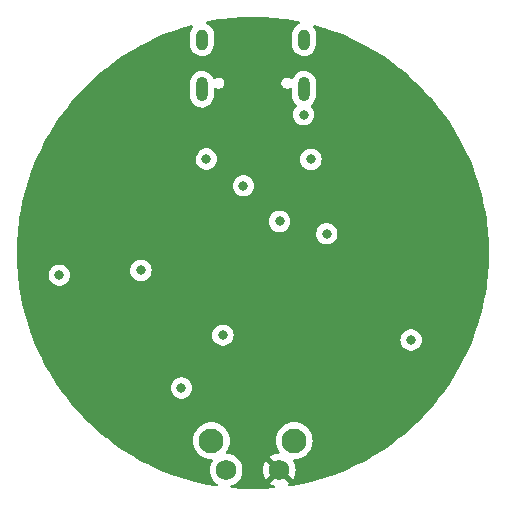
<source format=gbr>
%TF.GenerationSoftware,KiCad,Pcbnew,7.0.7*%
%TF.CreationDate,2023-10-08T15:01:22+08:00*%
%TF.ProjectId,RM_47mm,524d5f34-376d-46d2-9e6b-696361645f70,rev?*%
%TF.SameCoordinates,Original*%
%TF.FileFunction,Copper,L3,Inr*%
%TF.FilePolarity,Positive*%
%FSLAX46Y46*%
G04 Gerber Fmt 4.6, Leading zero omitted, Abs format (unit mm)*
G04 Created by KiCad (PCBNEW 7.0.7) date 2023-10-08 15:01:22*
%MOMM*%
%LPD*%
G01*
G04 APERTURE LIST*
%TA.AperFunction,ComponentPad*%
%ADD10O,1.000000X1.800000*%
%TD*%
%TA.AperFunction,ComponentPad*%
%ADD11O,1.000000X2.100000*%
%TD*%
%TA.AperFunction,ComponentPad*%
%ADD12C,2.100000*%
%TD*%
%TA.AperFunction,ComponentPad*%
%ADD13C,1.750000*%
%TD*%
%TA.AperFunction,ViaPad*%
%ADD14C,0.800000*%
%TD*%
G04 APERTURE END LIST*
D10*
%TO.N,Earth*%
%TO.C,J1*%
X145680000Y-81925000D03*
D11*
X145680000Y-86125000D03*
D10*
X154320000Y-81925000D03*
D11*
X154320000Y-86125000D03*
%TD*%
D12*
%TO.N,Earth*%
%TO.C,SW3*%
X146482909Y-115884152D03*
X153492909Y-115884152D03*
D13*
%TO.N,Net-(SW3-3)*%
X147732909Y-118374152D03*
%TO.N,/VCC_3V3*%
X152232909Y-118374152D03*
%TD*%
D14*
%TO.N,/VCC_3V3*%
X156014602Y-111564521D03*
X146945372Y-105591240D03*
X139498561Y-97730570D03*
X161294635Y-100164239D03*
X155317912Y-107634484D03*
X145024288Y-91444939D03*
X153932037Y-96057092D03*
X152495852Y-91746808D03*
X137330423Y-104140716D03*
X147629225Y-97348384D03*
X159823557Y-91243557D03*
%TO.N,Earth*%
X133597257Y-101877102D03*
X154297050Y-88284974D03*
X163388735Y-107365477D03*
X152248410Y-97319644D03*
X154905251Y-92074558D03*
X147459286Y-106959729D03*
X146043974Y-92040483D03*
X143942264Y-111435531D03*
X156249949Y-98366155D03*
X140513247Y-101468135D03*
%TO.N,/LED_IN*%
X149187047Y-94312934D03*
%TD*%
%TA.AperFunction,Conductor*%
%TO.N,/VCC_3V3*%
G36*
X150807403Y-80018620D02*
G01*
X150986950Y-80026684D01*
X151703049Y-80074964D01*
X151882089Y-80091079D01*
X152595233Y-80171431D01*
X152595242Y-80171432D01*
X152773386Y-80195562D01*
X153407526Y-80296000D01*
X153482220Y-80307831D01*
X153517222Y-80314182D01*
X153659148Y-80339938D01*
X153865029Y-80382092D01*
X153926754Y-80414823D01*
X153960987Y-80475732D01*
X153956857Y-80545479D01*
X153915673Y-80601921D01*
X153883224Y-80619850D01*
X153877122Y-80622110D01*
X153877111Y-80622115D01*
X153704432Y-80729745D01*
X153704427Y-80729749D01*
X153556949Y-80869938D01*
X153556947Y-80869940D01*
X153556947Y-80869941D01*
X153543625Y-80889081D01*
X153440705Y-81036949D01*
X153360459Y-81223943D01*
X153319500Y-81423258D01*
X153319500Y-82375743D01*
X153334925Y-82527439D01*
X153395837Y-82721579D01*
X153395844Y-82721594D01*
X153494589Y-82899499D01*
X153494592Y-82899504D01*
X153627132Y-83053893D01*
X153627134Y-83053895D01*
X153788037Y-83178445D01*
X153788038Y-83178445D01*
X153788042Y-83178448D01*
X153970729Y-83268060D01*
X154167715Y-83319063D01*
X154370936Y-83329369D01*
X154572071Y-83298556D01*
X154762887Y-83227886D01*
X154935571Y-83120252D01*
X155083053Y-82980059D01*
X155199295Y-82813049D01*
X155279540Y-82626058D01*
X155320500Y-82426741D01*
X155320500Y-81474258D01*
X155305074Y-81322562D01*
X155305074Y-81322560D01*
X155244162Y-81128420D01*
X155244160Y-81128416D01*
X155244159Y-81128412D01*
X155145409Y-80950498D01*
X155100423Y-80898096D01*
X155071692Y-80834409D01*
X155081954Y-80765297D01*
X155127951Y-80712704D01*
X155195081Y-80693328D01*
X155224810Y-80697086D01*
X155233445Y-80699263D01*
X155406692Y-80747076D01*
X156028725Y-80933863D01*
X156094060Y-80953483D01*
X156265050Y-81009040D01*
X156942462Y-81246077D01*
X157110745Y-81309234D01*
X157776847Y-81576427D01*
X157942173Y-81647091D01*
X158390183Y-81850586D01*
X158595557Y-81943872D01*
X158595582Y-81943883D01*
X158757585Y-82021900D01*
X159397029Y-82347713D01*
X159501011Y-82403669D01*
X159555335Y-82432902D01*
X160179494Y-82787061D01*
X160222993Y-82813050D01*
X160333884Y-82879304D01*
X160941528Y-83261112D01*
X161091573Y-83360156D01*
X161681539Y-83768886D01*
X161826916Y-83874509D01*
X162397975Y-84309314D01*
X162538522Y-84421398D01*
X163089405Y-84881308D01*
X163224827Y-84999623D01*
X163754538Y-85483800D01*
X163884489Y-85608046D01*
X164391953Y-86115510D01*
X164516199Y-86245461D01*
X165000376Y-86775172D01*
X165118691Y-86910594D01*
X165253091Y-87071579D01*
X165530528Y-87403895D01*
X165578605Y-87461481D01*
X165604101Y-87493452D01*
X165690701Y-87602045D01*
X166125486Y-88173077D01*
X166231122Y-88318473D01*
X166639840Y-88908422D01*
X166738893Y-89058481D01*
X167120694Y-89666114D01*
X167212931Y-89820492D01*
X167567097Y-90444664D01*
X167652290Y-90602977D01*
X167978099Y-91242414D01*
X168056116Y-91404417D01*
X168352908Y-92057826D01*
X168423572Y-92223152D01*
X168690758Y-92889237D01*
X168753921Y-93057534D01*
X168990958Y-93734946D01*
X169046515Y-93905935D01*
X169252917Y-94593285D01*
X169300741Y-94766572D01*
X169476100Y-95462499D01*
X169511454Y-95617397D01*
X169516107Y-95637781D01*
X169660060Y-96340845D01*
X169692168Y-96517779D01*
X169804432Y-97226583D01*
X169828567Y-97404757D01*
X169908920Y-98117909D01*
X169925036Y-98296974D01*
X169973313Y-99013012D01*
X169981379Y-99192613D01*
X169999468Y-99998606D01*
X169999468Y-100001392D01*
X169981379Y-100807386D01*
X169973313Y-100986987D01*
X169925036Y-101703025D01*
X169908920Y-101882090D01*
X169828567Y-102595242D01*
X169804432Y-102773416D01*
X169692168Y-103482220D01*
X169660060Y-103659154D01*
X169516107Y-104362218D01*
X169476103Y-104537491D01*
X169300742Y-105233425D01*
X169252917Y-105406714D01*
X169046515Y-106094064D01*
X168990958Y-106265053D01*
X168753921Y-106942465D01*
X168690758Y-107110762D01*
X168423572Y-107776847D01*
X168352908Y-107942173D01*
X168056116Y-108595582D01*
X167978099Y-108757585D01*
X167652290Y-109397022D01*
X167567097Y-109555335D01*
X167212931Y-110179507D01*
X167120694Y-110333885D01*
X166738893Y-110941518D01*
X166639840Y-111091577D01*
X166231122Y-111681526D01*
X166125486Y-111826922D01*
X165690701Y-112397954D01*
X165578615Y-112538506D01*
X165118691Y-113089405D01*
X165000376Y-113224827D01*
X164516199Y-113754538D01*
X164391953Y-113884489D01*
X163884489Y-114391953D01*
X163754538Y-114516199D01*
X163224827Y-115000376D01*
X163089405Y-115118691D01*
X162538506Y-115578615D01*
X162397954Y-115690701D01*
X161826922Y-116125486D01*
X161681526Y-116231122D01*
X161091577Y-116639840D01*
X160941518Y-116738893D01*
X160333885Y-117120694D01*
X160179507Y-117212931D01*
X159555335Y-117567097D01*
X159397022Y-117652290D01*
X158757585Y-117978099D01*
X158595582Y-118056116D01*
X157942173Y-118352908D01*
X157776847Y-118423572D01*
X157110762Y-118690758D01*
X156942465Y-118753921D01*
X156265053Y-118990958D01*
X156094064Y-119046515D01*
X155406714Y-119252917D01*
X155233425Y-119300742D01*
X154537511Y-119476097D01*
X154431289Y-119500342D01*
X154362218Y-119516107D01*
X153659154Y-119660060D01*
X153482220Y-119692168D01*
X153072293Y-119757093D01*
X153002999Y-119748138D01*
X152949547Y-119703142D01*
X152928908Y-119636391D01*
X152947633Y-119569077D01*
X152983526Y-119532398D01*
X152983491Y-119532353D01*
X152983823Y-119532094D01*
X152985089Y-119530801D01*
X152987548Y-119529194D01*
X153013891Y-119508689D01*
X153013891Y-119508688D01*
X152488369Y-118983165D01*
X152454884Y-118921842D01*
X152459868Y-118852150D01*
X152497560Y-118801799D01*
X152496575Y-118800662D01*
X152503278Y-118794854D01*
X152610852Y-118701641D01*
X152646243Y-118646570D01*
X152699045Y-118600816D01*
X152768203Y-118590872D01*
X152831759Y-118619896D01*
X152838239Y-118625929D01*
X153366034Y-119153723D01*
X153446329Y-119030821D01*
X153537863Y-118822145D01*
X153593803Y-118601245D01*
X153593805Y-118601237D01*
X153612621Y-118374158D01*
X153612621Y-118374145D01*
X153593805Y-118147066D01*
X153593803Y-118147058D01*
X153537863Y-117926158D01*
X153446329Y-117717482D01*
X153390003Y-117631267D01*
X153369815Y-117564377D01*
X153388996Y-117497192D01*
X153441455Y-117451042D01*
X153488121Y-117440706D01*
X153488052Y-117439828D01*
X153492907Y-117439445D01*
X153492909Y-117439446D01*
X153736211Y-117420298D01*
X153973521Y-117363324D01*
X154198998Y-117269929D01*
X154407088Y-117142411D01*
X154592668Y-116983911D01*
X154751168Y-116798331D01*
X154878686Y-116590241D01*
X154972081Y-116364764D01*
X155029055Y-116127454D01*
X155048203Y-115884152D01*
X155029055Y-115640850D01*
X154972081Y-115403540D01*
X154878686Y-115178063D01*
X154878686Y-115178062D01*
X154751171Y-114969978D01*
X154751170Y-114969975D01*
X154715362Y-114928049D01*
X154592668Y-114784393D01*
X154469972Y-114679601D01*
X154407085Y-114625890D01*
X154407082Y-114625889D01*
X154198998Y-114498374D01*
X153973527Y-114404982D01*
X153973530Y-114404982D01*
X153867901Y-114379622D01*
X153736211Y-114348006D01*
X153736209Y-114348005D01*
X153736206Y-114348005D01*
X153492909Y-114328858D01*
X153249611Y-114348005D01*
X153249606Y-114348006D01*
X153249607Y-114348006D01*
X153066558Y-114391953D01*
X153012289Y-114404982D01*
X152786819Y-114498374D01*
X152578735Y-114625889D01*
X152578732Y-114625890D01*
X152393150Y-114784393D01*
X152234647Y-114969975D01*
X152234646Y-114969978D01*
X152107131Y-115178062D01*
X152013739Y-115403532D01*
X151956762Y-115640854D01*
X151937615Y-115884151D01*
X151956762Y-116127449D01*
X151956762Y-116127452D01*
X151956763Y-116127454D01*
X151970535Y-116184819D01*
X152013739Y-116364771D01*
X152107131Y-116590241D01*
X152198226Y-116738893D01*
X152234650Y-116798331D01*
X152234653Y-116798335D01*
X152237504Y-116802258D01*
X152260989Y-116868062D01*
X152245170Y-116936118D01*
X152195068Y-116984817D01*
X152137192Y-116999152D01*
X152118974Y-116999152D01*
X151894207Y-117036659D01*
X151678689Y-117110647D01*
X151678678Y-117110652D01*
X151478282Y-117219100D01*
X151451925Y-117239614D01*
X151977448Y-117765138D01*
X152010933Y-117826461D01*
X152005949Y-117896153D01*
X151968256Y-117946503D01*
X151969243Y-117947642D01*
X151962540Y-117953449D01*
X151962540Y-117953450D01*
X151880699Y-118024366D01*
X151854964Y-118046665D01*
X151819574Y-118101733D01*
X151766770Y-118147488D01*
X151697611Y-118157431D01*
X151634056Y-118128406D01*
X151627578Y-118122374D01*
X151099783Y-117594580D01*
X151019487Y-117717485D01*
X151019486Y-117717487D01*
X150927954Y-117926158D01*
X150872014Y-118147058D01*
X150872012Y-118147066D01*
X150853197Y-118374145D01*
X150853197Y-118374158D01*
X150872012Y-118601237D01*
X150872014Y-118601245D01*
X150927954Y-118822145D01*
X151019486Y-119030816D01*
X151019488Y-119030820D01*
X151099783Y-119153722D01*
X151627577Y-118625929D01*
X151688900Y-118592444D01*
X151758592Y-118597428D01*
X151814525Y-118639300D01*
X151819573Y-118646570D01*
X151847972Y-118690758D01*
X151854966Y-118701641D01*
X151915301Y-118753921D01*
X151969243Y-118800662D01*
X151967136Y-118803093D01*
X152002555Y-118843962D01*
X152012506Y-118913119D01*
X151983487Y-118976678D01*
X151977447Y-118983165D01*
X151451924Y-119508687D01*
X151451925Y-119508689D01*
X151478275Y-119529198D01*
X151478281Y-119529202D01*
X151678678Y-119637651D01*
X151678689Y-119637656D01*
X151797337Y-119678389D01*
X151854353Y-119718775D01*
X151880483Y-119783574D01*
X151867431Y-119852214D01*
X151819342Y-119902902D01*
X151768189Y-119919171D01*
X151703025Y-119925036D01*
X150986987Y-119973313D01*
X150807386Y-119981379D01*
X150089870Y-119997483D01*
X149910130Y-119997483D01*
X149192613Y-119981379D01*
X149013012Y-119973313D01*
X148296973Y-119925036D01*
X148205948Y-119916843D01*
X148140943Y-119891228D01*
X148100106Y-119834535D01*
X148096402Y-119764763D01*
X148131008Y-119704065D01*
X148176797Y-119676062D01*
X148287335Y-119638115D01*
X148487815Y-119529621D01*
X148667703Y-119389608D01*
X148822092Y-119221897D01*
X148946771Y-119031061D01*
X149038339Y-118822307D01*
X149094299Y-118601328D01*
X149094307Y-118601237D01*
X149113123Y-118374158D01*
X149113123Y-118374145D01*
X149094300Y-118146983D01*
X149094298Y-118146972D01*
X149038339Y-117925996D01*
X148946771Y-117717243D01*
X148822094Y-117526409D01*
X148671963Y-117363324D01*
X148667703Y-117358696D01*
X148667702Y-117358695D01*
X148667700Y-117358693D01*
X148667696Y-117358690D01*
X148487818Y-117218685D01*
X148487809Y-117218679D01*
X148287341Y-117110192D01*
X148287338Y-117110191D01*
X148287335Y-117110189D01*
X148287329Y-117110187D01*
X148287327Y-117110186D01*
X148071735Y-117036172D01*
X147903097Y-117008032D01*
X147846886Y-116998652D01*
X147838990Y-116998652D01*
X147771951Y-116978967D01*
X147726196Y-116926163D01*
X147716252Y-116857005D01*
X147738674Y-116801764D01*
X147741169Y-116798329D01*
X147741172Y-116798325D01*
X147868686Y-116590241D01*
X147962081Y-116364764D01*
X148019055Y-116127454D01*
X148038203Y-115884152D01*
X148019055Y-115640850D01*
X147962081Y-115403540D01*
X147868686Y-115178063D01*
X147868686Y-115178062D01*
X147741171Y-114969978D01*
X147741170Y-114969975D01*
X147705362Y-114928049D01*
X147582668Y-114784393D01*
X147459972Y-114679601D01*
X147397085Y-114625890D01*
X147397082Y-114625889D01*
X147188998Y-114498374D01*
X146963527Y-114404982D01*
X146963530Y-114404982D01*
X146857901Y-114379622D01*
X146726211Y-114348006D01*
X146726209Y-114348005D01*
X146726206Y-114348005D01*
X146482909Y-114328858D01*
X146239611Y-114348005D01*
X146239606Y-114348006D01*
X146239607Y-114348006D01*
X146056558Y-114391953D01*
X146002289Y-114404982D01*
X145776819Y-114498374D01*
X145568735Y-114625889D01*
X145568732Y-114625890D01*
X145383150Y-114784393D01*
X145224647Y-114969975D01*
X145224646Y-114969978D01*
X145097131Y-115178062D01*
X145003739Y-115403532D01*
X144946762Y-115640854D01*
X144927615Y-115884152D01*
X144946762Y-116127449D01*
X144946762Y-116127452D01*
X144946763Y-116127454D01*
X144960535Y-116184819D01*
X145003739Y-116364771D01*
X145097131Y-116590241D01*
X145224646Y-116798325D01*
X145224647Y-116798328D01*
X145224650Y-116798331D01*
X145383150Y-116983911D01*
X145526806Y-117106605D01*
X145568732Y-117142413D01*
X145568735Y-117142414D01*
X145776819Y-117269929D01*
X145958256Y-117345082D01*
X145991109Y-117358690D01*
X146002290Y-117363321D01*
X146002287Y-117363321D01*
X146002293Y-117363322D01*
X146002297Y-117363324D01*
X146239607Y-117420298D01*
X146481463Y-117439332D01*
X146546749Y-117464215D01*
X146588220Y-117520445D01*
X146592707Y-117590171D01*
X146575541Y-117630769D01*
X146519048Y-117717239D01*
X146427478Y-117925996D01*
X146371519Y-118146972D01*
X146371517Y-118146983D01*
X146352695Y-118374145D01*
X146352695Y-118374158D01*
X146371517Y-118601320D01*
X146371519Y-118601331D01*
X146427478Y-118822307D01*
X146519046Y-119031060D01*
X146643723Y-119221894D01*
X146798117Y-119389610D01*
X146798121Y-119389613D01*
X146977967Y-119529593D01*
X147018780Y-119586303D01*
X147022455Y-119656076D01*
X146987823Y-119716759D01*
X146925882Y-119749086D01*
X146882407Y-119749919D01*
X146517779Y-119692168D01*
X146340845Y-119660060D01*
X145637781Y-119516107D01*
X145605280Y-119508689D01*
X145462499Y-119476100D01*
X144766572Y-119300741D01*
X144593285Y-119252917D01*
X143905935Y-119046515D01*
X143734946Y-118990958D01*
X143057534Y-118753921D01*
X142889237Y-118690758D01*
X142223152Y-118423572D01*
X142057826Y-118352908D01*
X141404417Y-118056116D01*
X141242414Y-117978099D01*
X140602989Y-117652296D01*
X140558473Y-117628341D01*
X140444664Y-117567097D01*
X139820492Y-117212931D01*
X139666114Y-117120694D01*
X139058481Y-116738893D01*
X138908422Y-116639840D01*
X138318473Y-116231122D01*
X138173077Y-116125486D01*
X137602045Y-115690701D01*
X137539539Y-115640854D01*
X137461493Y-115578615D01*
X137228481Y-115384082D01*
X136910594Y-115118691D01*
X136775172Y-115000376D01*
X136245461Y-114516199D01*
X136115510Y-114391953D01*
X135608046Y-113884489D01*
X135483800Y-113754538D01*
X134999623Y-113224827D01*
X134881308Y-113089405D01*
X134421398Y-112538522D01*
X134309298Y-112397954D01*
X134232184Y-112296675D01*
X133874509Y-111826916D01*
X133768877Y-111681526D01*
X133598451Y-111435531D01*
X143036804Y-111435531D01*
X143056590Y-111623787D01*
X143056591Y-111623790D01*
X143115082Y-111803808D01*
X143115085Y-111803815D01*
X143209731Y-111967747D01*
X143336392Y-112108418D01*
X143336393Y-112108419D01*
X143489529Y-112219679D01*
X143489534Y-112219682D01*
X143662456Y-112296673D01*
X143662461Y-112296675D01*
X143847618Y-112336031D01*
X143847619Y-112336031D01*
X144036908Y-112336031D01*
X144036910Y-112336031D01*
X144222067Y-112296675D01*
X144394994Y-112219682D01*
X144548135Y-112108419D01*
X144674797Y-111967747D01*
X144769443Y-111803815D01*
X144827938Y-111623787D01*
X144847724Y-111435531D01*
X144827938Y-111247275D01*
X144769443Y-111067247D01*
X144674797Y-110903315D01*
X144548135Y-110762643D01*
X144548134Y-110762642D01*
X144394998Y-110651382D01*
X144394993Y-110651379D01*
X144222071Y-110574388D01*
X144222066Y-110574386D01*
X144076264Y-110543396D01*
X144036910Y-110535031D01*
X143847618Y-110535031D01*
X143815161Y-110541929D01*
X143662461Y-110574386D01*
X143662456Y-110574388D01*
X143489534Y-110651379D01*
X143489529Y-110651382D01*
X143336393Y-110762642D01*
X143209730Y-110903316D01*
X143115085Y-111067246D01*
X143115082Y-111067253D01*
X143056591Y-111247271D01*
X143056590Y-111247275D01*
X143036804Y-111435531D01*
X133598451Y-111435531D01*
X133360156Y-111091573D01*
X133261106Y-110941518D01*
X133237101Y-110903315D01*
X132879304Y-110333884D01*
X132787068Y-110179507D01*
X132432902Y-109555335D01*
X132403669Y-109501011D01*
X132347710Y-109397022D01*
X132021900Y-108757585D01*
X131943883Y-108595582D01*
X131647091Y-107942173D01*
X131576427Y-107776847D01*
X131486931Y-107553736D01*
X131309234Y-107110745D01*
X131252557Y-106959729D01*
X146553826Y-106959729D01*
X146573612Y-107147985D01*
X146573613Y-107147988D01*
X146632104Y-107328006D01*
X146632107Y-107328013D01*
X146726753Y-107491945D01*
X146782390Y-107553736D01*
X146853415Y-107632617D01*
X147006551Y-107743877D01*
X147006556Y-107743880D01*
X147179478Y-107820871D01*
X147179483Y-107820873D01*
X147364640Y-107860229D01*
X147364641Y-107860229D01*
X147553930Y-107860229D01*
X147553932Y-107860229D01*
X147739089Y-107820873D01*
X147912016Y-107743880D01*
X148065157Y-107632617D01*
X148191819Y-107491945D01*
X148264835Y-107365477D01*
X162483275Y-107365477D01*
X162503061Y-107553733D01*
X162503062Y-107553736D01*
X162561553Y-107733754D01*
X162561556Y-107733761D01*
X162656202Y-107897693D01*
X162782864Y-108038365D01*
X162936000Y-108149625D01*
X162936005Y-108149628D01*
X163108927Y-108226619D01*
X163108932Y-108226621D01*
X163294089Y-108265977D01*
X163294090Y-108265977D01*
X163483379Y-108265977D01*
X163483381Y-108265977D01*
X163668538Y-108226621D01*
X163841465Y-108149628D01*
X163994606Y-108038365D01*
X164121268Y-107897693D01*
X164215914Y-107733761D01*
X164274409Y-107553733D01*
X164294195Y-107365477D01*
X164274409Y-107177221D01*
X164215914Y-106997193D01*
X164121268Y-106833261D01*
X163994606Y-106692589D01*
X163994605Y-106692588D01*
X163841469Y-106581328D01*
X163841464Y-106581325D01*
X163668542Y-106504334D01*
X163668537Y-106504332D01*
X163522735Y-106473342D01*
X163483381Y-106464977D01*
X163294089Y-106464977D01*
X163261632Y-106471875D01*
X163108932Y-106504332D01*
X163108927Y-106504334D01*
X162936005Y-106581325D01*
X162936000Y-106581328D01*
X162782864Y-106692588D01*
X162656201Y-106833262D01*
X162561556Y-106997192D01*
X162561553Y-106997199D01*
X162524648Y-107110783D01*
X162503061Y-107177221D01*
X162483275Y-107365477D01*
X148264835Y-107365477D01*
X148286465Y-107328013D01*
X148344960Y-107147985D01*
X148364746Y-106959729D01*
X148344960Y-106771473D01*
X148286465Y-106591445D01*
X148191819Y-106427513D01*
X148065157Y-106286841D01*
X148065156Y-106286840D01*
X147912020Y-106175580D01*
X147912015Y-106175577D01*
X147739093Y-106098586D01*
X147739088Y-106098584D01*
X147593286Y-106067594D01*
X147553932Y-106059229D01*
X147364640Y-106059229D01*
X147332183Y-106066127D01*
X147179483Y-106098584D01*
X147179478Y-106098586D01*
X147006556Y-106175577D01*
X147006551Y-106175580D01*
X146853415Y-106286840D01*
X146726752Y-106427514D01*
X146632107Y-106591444D01*
X146632104Y-106591451D01*
X146573613Y-106771469D01*
X146573612Y-106771473D01*
X146553826Y-106959729D01*
X131252557Y-106959729D01*
X131246077Y-106942462D01*
X131009040Y-106265050D01*
X130953483Y-106094060D01*
X130933863Y-106028725D01*
X130747076Y-105406692D01*
X130699257Y-105233422D01*
X130523888Y-104537454D01*
X130483893Y-104362218D01*
X130339938Y-103659148D01*
X130307831Y-103482220D01*
X130195567Y-102773416D01*
X130171432Y-102595242D01*
X130111729Y-102065361D01*
X130091078Y-101882081D01*
X130090630Y-101877102D01*
X132691797Y-101877102D01*
X132711583Y-102065358D01*
X132711584Y-102065361D01*
X132770075Y-102245379D01*
X132770078Y-102245386D01*
X132864724Y-102409318D01*
X132991385Y-102549990D01*
X132991386Y-102549990D01*
X133144522Y-102661250D01*
X133144527Y-102661253D01*
X133317449Y-102738244D01*
X133317454Y-102738246D01*
X133502611Y-102777602D01*
X133502612Y-102777602D01*
X133691901Y-102777602D01*
X133691903Y-102777602D01*
X133877060Y-102738246D01*
X134049987Y-102661253D01*
X134203128Y-102549990D01*
X134329790Y-102409318D01*
X134424436Y-102245386D01*
X134482931Y-102065358D01*
X134502717Y-101877102D01*
X134482931Y-101688846D01*
X134424436Y-101508818D01*
X134400948Y-101468135D01*
X139607787Y-101468135D01*
X139627573Y-101656391D01*
X139627574Y-101656394D01*
X139686065Y-101836412D01*
X139686068Y-101836419D01*
X139780714Y-102000351D01*
X139907376Y-102141023D01*
X140060512Y-102252283D01*
X140060517Y-102252286D01*
X140233439Y-102329277D01*
X140233444Y-102329279D01*
X140418601Y-102368635D01*
X140418602Y-102368635D01*
X140607891Y-102368635D01*
X140607893Y-102368635D01*
X140793050Y-102329279D01*
X140965977Y-102252286D01*
X141119118Y-102141023D01*
X141245780Y-102000351D01*
X141340426Y-101836419D01*
X141398921Y-101656391D01*
X141418707Y-101468135D01*
X141398921Y-101279879D01*
X141340426Y-101099851D01*
X141245780Y-100935919D01*
X141119118Y-100795247D01*
X141119117Y-100795246D01*
X140965981Y-100683986D01*
X140965976Y-100683983D01*
X140793054Y-100606992D01*
X140793049Y-100606990D01*
X140647248Y-100576000D01*
X140607893Y-100567635D01*
X140418601Y-100567635D01*
X140386144Y-100574533D01*
X140233444Y-100606990D01*
X140233439Y-100606992D01*
X140060517Y-100683983D01*
X140060512Y-100683986D01*
X139907376Y-100795246D01*
X139780713Y-100935920D01*
X139686068Y-101099850D01*
X139686065Y-101099857D01*
X139652158Y-101204214D01*
X139627573Y-101279879D01*
X139607787Y-101468135D01*
X134400948Y-101468135D01*
X134329790Y-101344886D01*
X134203128Y-101204214D01*
X134203127Y-101204213D01*
X134049991Y-101092953D01*
X134049986Y-101092950D01*
X133877064Y-101015959D01*
X133877059Y-101015957D01*
X133731258Y-100984967D01*
X133691903Y-100976602D01*
X133502611Y-100976602D01*
X133470154Y-100983500D01*
X133317454Y-101015957D01*
X133317449Y-101015959D01*
X133144527Y-101092950D01*
X133144522Y-101092953D01*
X132991386Y-101204213D01*
X132864723Y-101344887D01*
X132770078Y-101508817D01*
X132770075Y-101508824D01*
X132722128Y-101656391D01*
X132711583Y-101688846D01*
X132691797Y-101877102D01*
X130090630Y-101877102D01*
X130074963Y-101703025D01*
X130071819Y-101656391D01*
X130026684Y-100986950D01*
X130018620Y-100807403D01*
X130002517Y-100089869D01*
X130002517Y-99910130D01*
X130018620Y-99192596D01*
X130026687Y-99013012D01*
X130070299Y-98366155D01*
X155344489Y-98366155D01*
X155364275Y-98554411D01*
X155364276Y-98554414D01*
X155422767Y-98734432D01*
X155422770Y-98734439D01*
X155517416Y-98898371D01*
X155620613Y-99012982D01*
X155644078Y-99039043D01*
X155797214Y-99150303D01*
X155797219Y-99150306D01*
X155970141Y-99227297D01*
X155970146Y-99227299D01*
X156155303Y-99266655D01*
X156155304Y-99266655D01*
X156344593Y-99266655D01*
X156344595Y-99266655D01*
X156529752Y-99227299D01*
X156702679Y-99150306D01*
X156855820Y-99039043D01*
X156982482Y-98898371D01*
X157077128Y-98734439D01*
X157135623Y-98554411D01*
X157155409Y-98366155D01*
X157135623Y-98177899D01*
X157077128Y-97997871D01*
X156982482Y-97833939D01*
X156855820Y-97693267D01*
X156855819Y-97693266D01*
X156702683Y-97582006D01*
X156702678Y-97582003D01*
X156529756Y-97505012D01*
X156529751Y-97505010D01*
X156383950Y-97474020D01*
X156344595Y-97465655D01*
X156155303Y-97465655D01*
X156122846Y-97472553D01*
X155970146Y-97505010D01*
X155970141Y-97505012D01*
X155797219Y-97582003D01*
X155797214Y-97582006D01*
X155644078Y-97693266D01*
X155517415Y-97833940D01*
X155422770Y-97997870D01*
X155422767Y-97997877D01*
X155383767Y-98117909D01*
X155364275Y-98177899D01*
X155344489Y-98366155D01*
X130070299Y-98366155D01*
X130074964Y-98296962D01*
X130091079Y-98117909D01*
X130092670Y-98103795D01*
X130171432Y-97404751D01*
X130182961Y-97319644D01*
X151342950Y-97319644D01*
X151362736Y-97507900D01*
X151362737Y-97507903D01*
X151421228Y-97687921D01*
X151421231Y-97687928D01*
X151515877Y-97851860D01*
X151642538Y-97992532D01*
X151642539Y-97992532D01*
X151795675Y-98103792D01*
X151795680Y-98103795D01*
X151968602Y-98180786D01*
X151968607Y-98180788D01*
X152153764Y-98220144D01*
X152153765Y-98220144D01*
X152343054Y-98220144D01*
X152343056Y-98220144D01*
X152528213Y-98180788D01*
X152701140Y-98103795D01*
X152854281Y-97992532D01*
X152980943Y-97851860D01*
X153075589Y-97687928D01*
X153134084Y-97507900D01*
X153153870Y-97319644D01*
X153134084Y-97131388D01*
X153075589Y-96951360D01*
X152980943Y-96787428D01*
X152854281Y-96646756D01*
X152854280Y-96646755D01*
X152701144Y-96535495D01*
X152701139Y-96535492D01*
X152528217Y-96458501D01*
X152528212Y-96458499D01*
X152382411Y-96427509D01*
X152343056Y-96419144D01*
X152153764Y-96419144D01*
X152121307Y-96426042D01*
X151968607Y-96458499D01*
X151968602Y-96458501D01*
X151795680Y-96535492D01*
X151795675Y-96535495D01*
X151642539Y-96646755D01*
X151515876Y-96787429D01*
X151421231Y-96951359D01*
X151421228Y-96951366D01*
X151362737Y-97131384D01*
X151362736Y-97131388D01*
X151342950Y-97319644D01*
X130182961Y-97319644D01*
X130195562Y-97226617D01*
X130307831Y-96517777D01*
X130318588Y-96458501D01*
X130339931Y-96340886D01*
X130483894Y-95637771D01*
X130523893Y-95462524D01*
X130699259Y-94766567D01*
X130747083Y-94593285D01*
X130831268Y-94312934D01*
X148281587Y-94312934D01*
X148301373Y-94501190D01*
X148301374Y-94501193D01*
X148359865Y-94681211D01*
X148359868Y-94681218D01*
X148454514Y-94845150D01*
X148581175Y-94985821D01*
X148581176Y-94985822D01*
X148734312Y-95097082D01*
X148734317Y-95097085D01*
X148907239Y-95174076D01*
X148907244Y-95174078D01*
X149092401Y-95213434D01*
X149092402Y-95213434D01*
X149281691Y-95213434D01*
X149281693Y-95213434D01*
X149466850Y-95174078D01*
X149639777Y-95097085D01*
X149792918Y-94985822D01*
X149919580Y-94845150D01*
X150014226Y-94681218D01*
X150072721Y-94501190D01*
X150092507Y-94312934D01*
X150072721Y-94124678D01*
X150014226Y-93944650D01*
X149919580Y-93780718D01*
X149792918Y-93640046D01*
X149792917Y-93640045D01*
X149639781Y-93528785D01*
X149639776Y-93528782D01*
X149466854Y-93451791D01*
X149466849Y-93451789D01*
X149321047Y-93420799D01*
X149281693Y-93412434D01*
X149092401Y-93412434D01*
X149059944Y-93419332D01*
X148907244Y-93451789D01*
X148907239Y-93451791D01*
X148734317Y-93528782D01*
X148734312Y-93528785D01*
X148581176Y-93640045D01*
X148454513Y-93780719D01*
X148359868Y-93944649D01*
X148359865Y-93944656D01*
X148301374Y-94124674D01*
X148301373Y-94124678D01*
X148281587Y-94312934D01*
X130831268Y-94312934D01*
X130953489Y-93905919D01*
X130994169Y-93780719D01*
X131009028Y-93734984D01*
X131246079Y-93057532D01*
X131309229Y-92889269D01*
X131576434Y-92223135D01*
X131647091Y-92057826D01*
X131654969Y-92040483D01*
X145138514Y-92040483D01*
X145158300Y-92228739D01*
X145158301Y-92228742D01*
X145216792Y-92408760D01*
X145216795Y-92408767D01*
X145311441Y-92572699D01*
X145438102Y-92713371D01*
X145438103Y-92713371D01*
X145591239Y-92824631D01*
X145591244Y-92824634D01*
X145764166Y-92901625D01*
X145764171Y-92901627D01*
X145949328Y-92940983D01*
X145949329Y-92940983D01*
X146138618Y-92940983D01*
X146138620Y-92940983D01*
X146323777Y-92901627D01*
X146496704Y-92824634D01*
X146649845Y-92713371D01*
X146776507Y-92572699D01*
X146871153Y-92408767D01*
X146929648Y-92228739D01*
X146945853Y-92074558D01*
X153999791Y-92074558D01*
X154019577Y-92262814D01*
X154019578Y-92262817D01*
X154078069Y-92442835D01*
X154078072Y-92442842D01*
X154172718Y-92606774D01*
X154268699Y-92713371D01*
X154299380Y-92747446D01*
X154452516Y-92858706D01*
X154452521Y-92858709D01*
X154625443Y-92935700D01*
X154625448Y-92935702D01*
X154810605Y-92975058D01*
X154810606Y-92975058D01*
X154999895Y-92975058D01*
X154999897Y-92975058D01*
X155185054Y-92935702D01*
X155357981Y-92858709D01*
X155511122Y-92747446D01*
X155637784Y-92606774D01*
X155732430Y-92442842D01*
X155790925Y-92262814D01*
X155810711Y-92074558D01*
X155790925Y-91886302D01*
X155732430Y-91706274D01*
X155637784Y-91542342D01*
X155511122Y-91401670D01*
X155464222Y-91367595D01*
X155357985Y-91290409D01*
X155357980Y-91290406D01*
X155185058Y-91213415D01*
X155185053Y-91213413D01*
X155024742Y-91179339D01*
X154999897Y-91174058D01*
X154810605Y-91174058D01*
X154785760Y-91179339D01*
X154625448Y-91213413D01*
X154625443Y-91213415D01*
X154452521Y-91290406D01*
X154452516Y-91290409D01*
X154299380Y-91401669D01*
X154172717Y-91542343D01*
X154078072Y-91706273D01*
X154078069Y-91706280D01*
X154019578Y-91886298D01*
X154019577Y-91886302D01*
X153999791Y-92074558D01*
X146945853Y-92074558D01*
X146949434Y-92040483D01*
X146929648Y-91852227D01*
X146871153Y-91672199D01*
X146776507Y-91508267D01*
X146649845Y-91367595D01*
X146587835Y-91322542D01*
X146496708Y-91256334D01*
X146496703Y-91256331D01*
X146323781Y-91179340D01*
X146323776Y-91179338D01*
X146177974Y-91148348D01*
X146138620Y-91139983D01*
X145949328Y-91139983D01*
X145916871Y-91146881D01*
X145764171Y-91179338D01*
X145764166Y-91179340D01*
X145591244Y-91256331D01*
X145591239Y-91256334D01*
X145438103Y-91367594D01*
X145311440Y-91508268D01*
X145216795Y-91672198D01*
X145216792Y-91672205D01*
X145158301Y-91852223D01*
X145158300Y-91852227D01*
X145138514Y-92040483D01*
X131654969Y-92040483D01*
X131725001Y-91886302D01*
X131943900Y-91404380D01*
X132021880Y-91242453D01*
X132347710Y-90602976D01*
X132432904Y-90444660D01*
X132787084Y-89820464D01*
X132879281Y-89666152D01*
X133261135Y-89058436D01*
X133360132Y-88908462D01*
X133768896Y-88318446D01*
X133874514Y-88173077D01*
X134309315Y-87602023D01*
X134421350Y-87461534D01*
X134881315Y-86910585D01*
X134999623Y-86775172D01*
X135044803Y-86725743D01*
X144679500Y-86725743D01*
X144694925Y-86877439D01*
X144755837Y-87071579D01*
X144755844Y-87071594D01*
X144854589Y-87249499D01*
X144854592Y-87249504D01*
X144987132Y-87403893D01*
X144987134Y-87403895D01*
X145148037Y-87528445D01*
X145148038Y-87528445D01*
X145148042Y-87528448D01*
X145330729Y-87618060D01*
X145527715Y-87669063D01*
X145730936Y-87679369D01*
X145932071Y-87648556D01*
X146122887Y-87577886D01*
X146295571Y-87470252D01*
X146443053Y-87330059D01*
X146559295Y-87163049D01*
X146639540Y-86976058D01*
X146680500Y-86776741D01*
X146680500Y-86124540D01*
X146700185Y-86057501D01*
X146752989Y-86011746D01*
X146822147Y-86001802D01*
X146856006Y-86011744D01*
X146974658Y-86065931D01*
X147075989Y-86080500D01*
X147075992Y-86080500D01*
X147144008Y-86080500D01*
X147144011Y-86080500D01*
X147245342Y-86065931D01*
X147369718Y-86009130D01*
X147473055Y-85919589D01*
X147546978Y-85804561D01*
X147585500Y-85673367D01*
X152414500Y-85673367D01*
X152453021Y-85804559D01*
X152453020Y-85804559D01*
X152526942Y-85919586D01*
X152526946Y-85919590D01*
X152630278Y-86009127D01*
X152630285Y-86009132D01*
X152677791Y-86030827D01*
X152754658Y-86065931D01*
X152855989Y-86080500D01*
X152855992Y-86080500D01*
X152924008Y-86080500D01*
X152924011Y-86080500D01*
X153025342Y-86065931D01*
X153143990Y-86011745D01*
X153213147Y-86001802D01*
X153276702Y-86030827D01*
X153314477Y-86089605D01*
X153319500Y-86124540D01*
X153319500Y-86725743D01*
X153334925Y-86877439D01*
X153395837Y-87071579D01*
X153395844Y-87071594D01*
X153494589Y-87249499D01*
X153494592Y-87249504D01*
X153627130Y-87403891D01*
X153627131Y-87403892D01*
X153627134Y-87403895D01*
X153669713Y-87436853D01*
X153710675Y-87493452D01*
X153714536Y-87563215D01*
X153685961Y-87617880D01*
X153564514Y-87752761D01*
X153469871Y-87916689D01*
X153469868Y-87916696D01*
X153411377Y-88096714D01*
X153411376Y-88096718D01*
X153391590Y-88284974D01*
X153411376Y-88473230D01*
X153411377Y-88473233D01*
X153469868Y-88653251D01*
X153469871Y-88653258D01*
X153564517Y-88817190D01*
X153646663Y-88908422D01*
X153691179Y-88957862D01*
X153844315Y-89069122D01*
X153844320Y-89069125D01*
X154017242Y-89146116D01*
X154017247Y-89146118D01*
X154202404Y-89185474D01*
X154202405Y-89185474D01*
X154391694Y-89185474D01*
X154391696Y-89185474D01*
X154576853Y-89146118D01*
X154749780Y-89069125D01*
X154902921Y-88957862D01*
X155029583Y-88817190D01*
X155124229Y-88653258D01*
X155182724Y-88473230D01*
X155202510Y-88284974D01*
X155182724Y-88096718D01*
X155124229Y-87916690D01*
X155029583Y-87752758D01*
X154929926Y-87642078D01*
X154899696Y-87579087D01*
X154908321Y-87509751D01*
X154936644Y-87469232D01*
X154944826Y-87461454D01*
X155083053Y-87330059D01*
X155199295Y-87163049D01*
X155279540Y-86976058D01*
X155320500Y-86776741D01*
X155320500Y-85524258D01*
X155308418Y-85405440D01*
X155305074Y-85372560D01*
X155244162Y-85178420D01*
X155244160Y-85178416D01*
X155244159Y-85178412D01*
X155145409Y-85000498D01*
X155145408Y-85000497D01*
X155145407Y-85000495D01*
X155012867Y-84846106D01*
X155012865Y-84846104D01*
X154851962Y-84721554D01*
X154851959Y-84721553D01*
X154851958Y-84721552D01*
X154669271Y-84631940D01*
X154472285Y-84580937D01*
X154472287Y-84580937D01*
X154336804Y-84574066D01*
X154269064Y-84570631D01*
X154269063Y-84570631D01*
X154269061Y-84570631D01*
X154067936Y-84601442D01*
X154067924Y-84601445D01*
X153877118Y-84672111D01*
X153877111Y-84672115D01*
X153704432Y-84779745D01*
X153704427Y-84779749D01*
X153556949Y-84919938D01*
X153556947Y-84919940D01*
X153556947Y-84919941D01*
X153518199Y-84975610D01*
X153440703Y-85086953D01*
X153440703Y-85086954D01*
X153393110Y-85197857D01*
X153348583Y-85251700D01*
X153282015Y-85272923D01*
X153214540Y-85254787D01*
X153197958Y-85242669D01*
X153149722Y-85200872D01*
X153149714Y-85200867D01*
X153025345Y-85144070D01*
X153025343Y-85144069D01*
X153025342Y-85144069D01*
X153025337Y-85144068D01*
X153025336Y-85144068D01*
X152924011Y-85129500D01*
X152855989Y-85129500D01*
X152855988Y-85129500D01*
X152754663Y-85144068D01*
X152754654Y-85144070D01*
X152630285Y-85200867D01*
X152630278Y-85200872D01*
X152526946Y-85290409D01*
X152526942Y-85290413D01*
X152453021Y-85405440D01*
X152414500Y-85536632D01*
X152414500Y-85673367D01*
X147585500Y-85673367D01*
X147585500Y-85536633D01*
X147581866Y-85524258D01*
X147566238Y-85471036D01*
X147546978Y-85405440D01*
X147546979Y-85405440D01*
X147473057Y-85290413D01*
X147473053Y-85290409D01*
X147369721Y-85200872D01*
X147369714Y-85200867D01*
X147245345Y-85144070D01*
X147245343Y-85144069D01*
X147245342Y-85144069D01*
X147245337Y-85144068D01*
X147245336Y-85144068D01*
X147144011Y-85129500D01*
X147075989Y-85129500D01*
X147075988Y-85129500D01*
X146974663Y-85144068D01*
X146974654Y-85144070D01*
X146850285Y-85200867D01*
X146850278Y-85200872D01*
X146805215Y-85239919D01*
X146741659Y-85268943D01*
X146672501Y-85258999D01*
X146619698Y-85213243D01*
X146605700Y-85183323D01*
X146604161Y-85178418D01*
X146604160Y-85178417D01*
X146604159Y-85178412D01*
X146505409Y-85000498D01*
X146505408Y-85000497D01*
X146505407Y-85000495D01*
X146372867Y-84846106D01*
X146372865Y-84846104D01*
X146211962Y-84721554D01*
X146211959Y-84721553D01*
X146211958Y-84721552D01*
X146029271Y-84631940D01*
X145832285Y-84580937D01*
X145832287Y-84580937D01*
X145696804Y-84574066D01*
X145629064Y-84570631D01*
X145629063Y-84570631D01*
X145629061Y-84570631D01*
X145427936Y-84601442D01*
X145427924Y-84601445D01*
X145237118Y-84672111D01*
X145237111Y-84672115D01*
X145064432Y-84779745D01*
X145064427Y-84779749D01*
X144916949Y-84919938D01*
X144916947Y-84919940D01*
X144916947Y-84919941D01*
X144896113Y-84949873D01*
X144800705Y-85086949D01*
X144720459Y-85273943D01*
X144679500Y-85473258D01*
X144679500Y-86725743D01*
X135044803Y-86725743D01*
X135044804Y-86725742D01*
X135483818Y-86245441D01*
X135608024Y-86115532D01*
X136115532Y-85608024D01*
X136245441Y-85483818D01*
X136750646Y-85022039D01*
X136775172Y-84999623D01*
X136910594Y-84881308D01*
X137461534Y-84421350D01*
X137602023Y-84309315D01*
X138173082Y-83874509D01*
X138318446Y-83768896D01*
X138908462Y-83360132D01*
X139058436Y-83261135D01*
X139666152Y-82879281D01*
X139820464Y-82787084D01*
X140444668Y-82432899D01*
X140456113Y-82426741D01*
X140602976Y-82347710D01*
X141242453Y-82021880D01*
X141404380Y-81943900D01*
X142057830Y-81647089D01*
X142223153Y-81576427D01*
X142889269Y-81309229D01*
X143057532Y-81246079D01*
X143734984Y-81009028D01*
X143905927Y-80953486D01*
X144593290Y-80747081D01*
X144766544Y-80699265D01*
X144771538Y-80698007D01*
X144841352Y-80700704D01*
X144898628Y-80740719D01*
X144925178Y-80805348D01*
X144912572Y-80874071D01*
X144903625Y-80889081D01*
X144800705Y-81036949D01*
X144720459Y-81223943D01*
X144679500Y-81423258D01*
X144679500Y-82375743D01*
X144694925Y-82527439D01*
X144755837Y-82721579D01*
X144755844Y-82721594D01*
X144854589Y-82899499D01*
X144854592Y-82899504D01*
X144987132Y-83053893D01*
X144987134Y-83053895D01*
X145148037Y-83178445D01*
X145148038Y-83178445D01*
X145148042Y-83178448D01*
X145330729Y-83268060D01*
X145527715Y-83319063D01*
X145730936Y-83329369D01*
X145932071Y-83298556D01*
X146122887Y-83227886D01*
X146295571Y-83120252D01*
X146443053Y-82980059D01*
X146559295Y-82813049D01*
X146639540Y-82626058D01*
X146680500Y-82426741D01*
X146680500Y-81474258D01*
X146665074Y-81322562D01*
X146665074Y-81322560D01*
X146604162Y-81128420D01*
X146604160Y-81128416D01*
X146604159Y-81128412D01*
X146505409Y-80950498D01*
X146505408Y-80950497D01*
X146505407Y-80950495D01*
X146372867Y-80796106D01*
X146372865Y-80796104D01*
X146211962Y-80671554D01*
X146211959Y-80671553D01*
X146211958Y-80671552D01*
X146111174Y-80622115D01*
X146099046Y-80616166D01*
X146047527Y-80568969D01*
X146029702Y-80501411D01*
X146051232Y-80434941D01*
X146105281Y-80390663D01*
X146128763Y-80383363D01*
X146340859Y-80339936D01*
X146517742Y-80307836D01*
X147226617Y-80195562D01*
X147404737Y-80171434D01*
X148117934Y-80091076D01*
X148296958Y-80074964D01*
X149013013Y-80026686D01*
X149192596Y-80018620D01*
X149910130Y-80002517D01*
X150089870Y-80002517D01*
X150807403Y-80018620D01*
G37*
%TD.AperFunction*%
%TD*%
M02*

</source>
